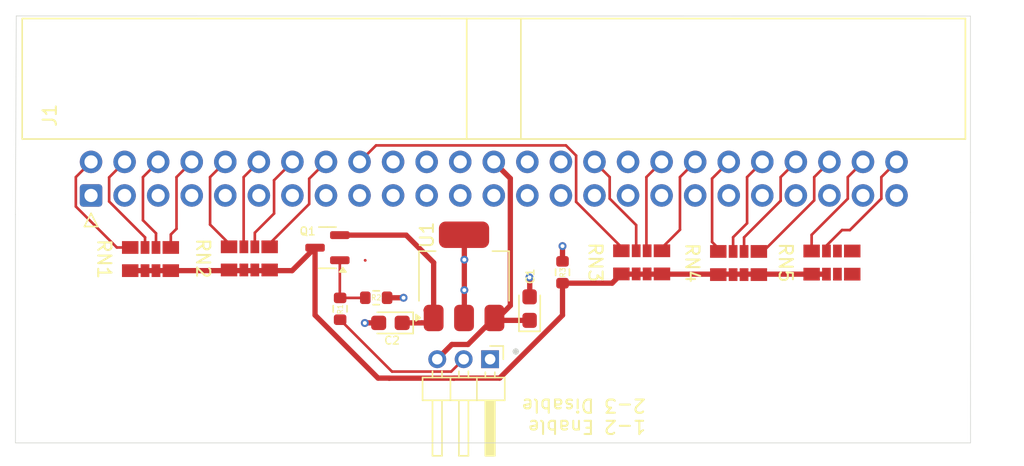
<source format=kicad_pcb>
(kicad_pcb (version 20241229) (generator "pcbnew") (generator_version "9.0")
  (layers (0 "F.Cu" signal) (2 "B.Cu" signal) (13 "F.Paste" user) (15 "B.Paste" user) (5 "F.SilkS" user "F.Silkscreen") (7 "B.SilkS" user "B.Silkscreen") (1 "F.Mask" user) (3 "B.Mask" user) (25 "Edge.Cuts" user))
  (net 0 "")
  (net 1 "SCSI_TERMPWR")
  (net 2 "GND")
  (net 3 "2V85")
  (net 4 "Vterm")
  (net 5 "Net-(Q1-G)")
  (net 7 "SCDAT0")
  (net 8 "SCDAT2")
  (net 9 "SCDAT1")
  (net 10 "SCDAT3")
  (net 11 "SCDAT5")
  (net 12 "SCDAT6")
  (net 13 "SCDAT7")
  (net 14 "SCDAT4")
  (net 15 "SCTRL_BSY")
  (net 16 "SCDATP")
  (net 17 "SCTRL_ACK")
  (net 18 "SCTRL_ATN")
  (net 19 "SCTRL_CD")
  (net 20 "SCTRL_RST")
  (net 21 "SCTRL_SEL")
  (net 22 "SCTRL_MSG")
  (net 23 "SCTRL_REQ")
  (net 24 "SCTRL_IO")
  (net 30 "~{TERM_ENA}")
  (footprint "CAY16_102J4LF:BO_CAY16" (layer "F.Cu") (at 103.71 43.73 -90)
    (property "Reference" "RN2" (at 0 3.5 270) (layer "F.SilkS"))
    (property "Value" "110")
    (pad "1" smd rect (at -0.8763 -1.5367 270) (size 0.9652 1.2446) (layers "F.Cu" "F.Mask" "F.Paste") (net 13 "SCDAT7"))
    (pad "2" smd rect (at -0.8763 -0.41529 270) (size 0.9652 0.6604) (layers "F.Cu" "F.Mask" "F.Paste") (net 12 "SCDAT6"))
    (pad "3" smd rect (at -0.8763 0.41402 270) (size 0.9652 0.6604) (layers "F.Cu" "F.Mask" "F.Paste") (net 11 "SCDAT5"))
    (pad "4" smd rect (at -0.8763 1.5367 270) (size 0.9652 1.2446) (layers "F.Cu" "F.Mask" "F.Paste") (net 14 "SCDAT4"))
    (pad "5" smd rect (at 0.8763 1.5367 270) (size 0.9652 1.2446) (layers "F.Cu" "F.Mask" "F.Paste") (net 4 "Vterm"))
    (pad "6" smd rect (at 0.8763 0.41529 270) (size 0.9652 0.6604) (layers "F.Cu" "F.Mask" "F.Paste") (net 4 "Vterm"))
    (pad "7" smd rect (at 0.8763 -0.41402 270) (size 0.9652 0.6604) (layers "F.Cu" "F.Mask" "F.Paste") (net 4 "Vterm"))
    (pad "8" smd rect (at 0.8763 -1.5367 270) (size 0.9652 1.2446) (layers "F.Cu" "F.Mask" "F.Paste") (net 4 "Vterm"))
  )
  (footprint "CAY16_102J4LF:BO_CAY16" (layer "F.Cu") (at 96.23 43.78 -90)
    (property "Reference" "RN1" (at 0 3.5 270) (layer "F.SilkS"))
    (property "Value" "110")
    (pad "1" smd rect (at -0.8763 -1.5367 270) (size 0.9652 1.2446) (layers "F.Cu" "F.Mask" "F.Paste") (net 10 "SCDAT3"))
    (pad "2" smd rect (at -0.8763 -0.41529 270) (size 0.9652 0.6604) (layers "F.Cu" "F.Mask" "F.Paste") (net 8 "SCDAT2"))
    (pad "3" smd rect (at -0.8763 0.41402 270) (size 0.9652 0.6604) (layers "F.Cu" "F.Mask" "F.Paste") (net 9 "SCDAT1"))
    (pad "4" smd rect (at -0.8763 1.5367 270) (size 0.9652 1.2446) (layers "F.Cu" "F.Mask" "F.Paste") (net 7 "SCDAT0"))
    (pad "5" smd rect (at 0.8763 1.5367 270) (size 0.9652 1.2446) (layers "F.Cu" "F.Mask" "F.Paste") (net 4 "Vterm"))
    (pad "6" smd rect (at 0.8763 0.41529 270) (size 0.9652 0.6604) (layers "F.Cu" "F.Mask" "F.Paste") (net 4 "Vterm"))
    (pad "7" smd rect (at 0.8763 -0.41402 270) (size 0.9652 0.6604) (layers "F.Cu" "F.Mask" "F.Paste") (net 4 "Vterm"))
    (pad "8" smd rect (at 0.8763 -1.5367 270) (size 0.9652 1.2446) (layers "F.Cu" "F.Mask" "F.Paste") (net 4 "Vterm"))
  )
  (footprint "CAY16_102J4LF:BO_CAY16" (layer "F.Cu") (at 133.4 44.03 -90)
    (property "Reference" "RN3" (at 0 3.5 270) (layer "F.SilkS"))
    (property "Value" "110")
    (pad "1" smd rect (at -0.8763 -1.5367 270) (size 0.9652 1.2446) (layers "F.Cu" "F.Mask" "F.Paste") (net 17 "SCTRL_ACK"))
    (pad "2" smd rect (at -0.8763 -0.41529 270) (size 0.9652 0.6604) (layers "F.Cu" "F.Mask" "F.Paste") (net 15 "SCTRL_BSY"))
    (pad "3" smd rect (at -0.8763 0.41402 270) (size 0.9652 0.6604) (layers "F.Cu" "F.Mask" "F.Paste") (net 18 "SCTRL_ATN"))
    (pad "4" smd rect (at -0.8763 1.5367 270) (size 0.9652 1.2446) (layers "F.Cu" "F.Mask" "F.Paste") (net 16 "SCDATP"))
    (pad "5" smd rect (at 0.8763 1.5367 270) (size 0.9652 1.2446) (layers "F.Cu" "F.Mask" "F.Paste") (net 4 "Vterm"))
    (pad "6" smd rect (at 0.8763 0.41529 270) (size 0.9652 0.6604) (layers "F.Cu" "F.Mask" "F.Paste") (net 4 "Vterm"))
    (pad "7" smd rect (at 0.8763 -0.41402 270) (size 0.9652 0.6604) (layers "F.Cu" "F.Mask" "F.Paste") (net 4 "Vterm"))
    (pad "8" smd rect (at 0.8763 -1.5367 270) (size 0.9652 1.2446) (layers "F.Cu" "F.Mask" "F.Paste") (net 4 "Vterm"))
  )
  (footprint "Resistor_SMD:R_0603_1608Metric" (layer "F.Cu") (at 113.31 46.71 180)
    (property "Reference" "R2" (at 0 0.01 0) (layer "F.SilkS") (effects (font (size 0.4 0.4) (thickness 0.06))))
    (property "Value" "100K")
    (fp_line (start -0.237258 0.5225) (end 0.237258 0.5225) (stroke (width 0.12)) (layer "F.SilkS"))
    (fp_line (start -0.237258 -0.5225) (end 0.237258 -0.5225) (stroke (width 0.12)) (layer "F.SilkS"))
    (pad "1" smd roundrect (at -0.825 0 180) (size 0.8 0.95) (layers "F.Cu" "F.Mask" "F.Paste") (net 2 "GND"))
    (pad "2" smd roundrect (at 0.825 0 180) (size 0.8 0.95) (layers "F.Cu" "F.Mask" "F.Paste") (net 5 "Net-(Q1-G)"))
  )
  (footprint "Connector_PinHeader_2.00mm:PinHeader_1x03_P2.00mm_Horizontal" (layer "F.Cu") (at 121.93 51.36 -90)
    (property "Reference" "JP1" (hide yes))
    (property "Value" "1-2 Enable   2-3 Disable" (hide yes))
    (fp_line (start 1.39 5.11) (end 3.11 5.11) (stroke (width 0.12)) (layer "F.SilkS"))
    (fp_line (start 3.11 5.11) (end 3.11 -1.11) (stroke (width 0.12)) (layer "F.SilkS"))
    (fp_line (start 0.916856 4.36) (end 1.39 4.36) (stroke (width 0.12)) (layer "F.SilkS"))
    (fp_line (start 7.31 4.36) (end 3.11 4.36) (stroke (width 0.12)) (layer "F.SilkS"))
    (fp_line (start 0.916856 3.64) (end 1.39 3.64) (stroke (width 0.12)) (layer "F.SilkS"))
    (fp_line (start 3.11 3.64) (end 7.31 3.64) (stroke (width 0.12)) (layer "F.SilkS"))
    (fp_line (start 7.31 3.64) (end 7.31 4.36) (stroke (width 0.12)) (layer "F.SilkS"))
    (fp_line (start 1.39 3) (end 3.11 3) (stroke (width 0.12)) (layer "F.SilkS"))
    (fp_line (start 0.916856 2.36) (end 1.39 2.36) (stroke (width 0.12)) (layer "F.SilkS"))
    (fp_line (start 7.31 2.36) (end 3.11 2.36) (stroke (width 0.12)) (layer "F.SilkS"))
    (fp_line (start 0.916856 1.64) (end 1.39 1.64) (stroke (width 0.12)) (layer "F.SilkS"))
    (fp_line (start 3.11 1.64) (end 7.31 1.64) (stroke (width 0.12)) (layer "F.SilkS"))
    (fp_line (start 7.31 1.64) (end 7.31 2.36) (stroke (width 0.12)) (layer "F.SilkS"))
    (fp_line (start 1.39 1) (end 3.11 1) (stroke (width 0.12)) (layer "F.SilkS"))
    (fp_line (start 0.985 0.36) (end 1.39 0.36) (stroke (width 0.12)) (layer "F.SilkS"))
    (fp_line (start -1 0) (end -1 -1) (stroke (width 0.12)) (layer "F.SilkS"))
    (fp_line (start 0.985 -0.36) (end 1.39 -0.36) (stroke (width 0.12)) (layer "F.SilkS"))
    (fp_line (start -1 -1) (end 0 -1) (stroke (width 0.12)) (layer "F.SilkS"))
    (fp_line (start 1.39 -1.11) (end 1.39 5.11) (stroke (width 0.12)) (layer "F.SilkS"))
    (fp_line (start 3.11 -1.11) (end 1.39 -1.11) (stroke (width 0.12)) (layer "F.SilkS"))
    (fp_rect (start 3.11 -0.36) (end 7.31 0.36) (stroke (width 0.12)) (fill yes) (layer "F.SilkS"))
    (pad "1" thru_hole rect (at 0 0 270) (size 1.35 1.35) (drill 0.8) (layers "*.Cu" "*.Mask") (net 2 "GND"))
    (pad "2" thru_hole circle (at 0 2 270) (size 1.35 1.35) (drill 0.8) (layers "*.Cu" "*.Mask") (net 30 "~{TERM_ENA}"))
    (pad "3" thru_hole circle (at 0 4 270) (size 1.35 1.35) (drill 0.8) (layers "*.Cu" "*.Mask") (net 1 "SCSI_TERMPWR"))
  )
  (footprint "Capacitor_Tantalum_SMD:CP_EIA-2012-12_Kemet-R" (layer "F.Cu") (at 114.3875 48.61 180)
    (property "Reference" "C2" (at -0.1225 -1.33 0) (layer "F.SilkS") (effects (font (size 0.6 0.6) (thickness 0.1) (bold yes))))
    (property "Value" "10uF")
    (fp_line (start 1 -0.805) (end -1.72 -0.805) (stroke (width 0.12)) (layer "F.SilkS"))
    (fp_line (start -1.72 0.805) (end 1 0.805) (stroke (width 0.12)) (layer "F.SilkS"))
    (fp_line (start -1.72 -0.805) (end -1.72 0.805) (stroke (width 0.12)) (layer "F.SilkS"))
    (pad "1" smd roundrect (at -0.89 0 180) (size 1.14 1.09) (layers "F.Cu" "F.Mask" "F.Paste") (roundrect_rratio 0.229358) (net 3 "2V85"))
    (pad "2" smd roundrect (at 0.89 0 180) (size 1.14 1.09) (layers "F.Cu" "F.Mask" "F.Paste") (roundrect_rratio 0.229358) (net 2 "GND"))
  )
  (footprint "Capacitor_Tantalum_SMD:CP_EIA-2012-12_Kemet-R" (layer "F.Cu") (at 124.92 47.53 90)
    (property "Reference" "C1" (at 2.44 0.05 90) (layer "F.SilkS") (effects (font (size 0.6 0.6) (thickness 0.1) (bold yes))))
    (property "Value" "10uF")
    (fp_line (start 1 -0.805) (end -1.72 -0.805) (stroke (width 0.12)) (layer "F.SilkS"))
    (fp_line (start -1.72 -0.805) (end -1.72 0.805) (stroke (width 0.12)) (layer "F.SilkS"))
    (fp_line (start -1.72 0.805) (end 1 0.805) (stroke (width 0.12)) (layer "F.SilkS"))
    (pad "1" smd roundrect (at -0.89 0 90) (size 1.14 1.09) (layers "F.Cu" "F.Mask" "F.Paste") (roundrect_rratio 0.229358) (net 1 "SCSI_TERMPWR"))
    (pad "2" smd roundrect (at 0.89 0 90) (size 1.14 1.09) (layers "F.Cu" "F.Mask" "F.Paste") (roundrect_rratio 0.229358) (net 2 "GND"))
  )
  (footprint "Package_TO_SOT_SMD:SOT-223-3_TabPin2" (layer "F.Cu") (at 119.9575 45.09 90)
    (property "Reference" "U1" (at 3.13 -2.8075 90) (layer "F.SilkS"))
    (property "Value" "LT1118-2.85")
    (fp_line (start 1.91 -3.41) (end 1.91 -2.15) (stroke (width 0.12)) (layer "F.SilkS"))
    (fp_line (start -1.85 -3.41) (end 1.91 -3.41) (stroke (width 0.12)) (layer "F.SilkS"))
    (fp_line (start 1.91 3.41) (end 1.91 2.15) (stroke (width 0.12)) (layer "F.SilkS"))
    (fp_line (start -1.85 3.41) (end 1.91 3.41) (stroke (width 0.12)) (layer "F.SilkS"))
    (fp_poly (pts (xy -3.13 -3.31) (xy -3.37 -3.64) (xy -2.89 -3.64) (xy -3.13 -3.31)) (stroke (width 0.12)) (fill yes) (layer "F.SilkS"))
    (pad "1" smd roundrect (at -3.15 -2.3 90) (size 2 1.5) (layers "F.Cu" "F.Mask" "F.Paste") (net 3 "2V85"))
    (pad "2" smd roundrect (at -3.15 0 90) (size 2 1.5) (layers "F.Cu" "F.Mask" "F.Paste") (net 2 "GND"))
    (pad "2" smd roundrect (at 3.15 0 90) (size 2 3.8) (layers "F.Cu" "F.Mask" "F.Paste") (net 2 "GND"))
    (pad "3" smd roundrect (at -3.15 2.3 90) (size 2 1.5) (layers "F.Cu" "F.Mask" "F.Paste") (net 1 "SCSI_TERMPWR"))
  )
  (footprint "Resistor_SMD:R_0603_1608Metric" (layer "F.Cu") (at 110.58 47.545 90)
    (property "Reference" "R1" (at -0.04 0.01 90) (layer "F.SilkS") (effects (font (size 0.4 0.4) (thickness 0.06))))
    (property "Value" "10K")
    (fp_line (start -0.237258 -0.5225) (end 0.237258 -0.5225) (stroke (width 0.12)) (layer "F.SilkS"))
    (fp_line (start -0.237258 0.5225) (end 0.237258 0.5225) (stroke (width 0.12)) (layer "F.SilkS"))
    (pad "1" smd roundrect (at -0.825 0 90) (size 0.8 0.95) (layers "F.Cu" "F.Mask" "F.Paste") (net 30 "~{TERM_ENA}"))
    (pad "2" smd roundrect (at 0.825 0 90) (size 0.8 0.95) (layers "F.Cu" "F.Mask" "F.Paste") (net 5 "Net-(Q1-G)"))
  )
  (footprint "Resistor_SMD:R_0603_1608Metric" (layer "F.Cu") (at 127.41 44.78 -90)
    (property "Reference" "R3" (at 0.02 -0.02 90) (layer "F.SilkS") (effects (font (size 0.4 0.4) (thickness 0.06))))
    (property "Value" "100K")
    (fp_line (start -0.237258 0.5225) (end 0.237258 0.5225) (stroke (width 0.12)) (layer "F.SilkS"))
    (fp_line (start -0.237258 -0.5225) (end 0.237258 -0.5225) (stroke (width 0.12)) (layer "F.SilkS"))
    (pad "1" smd roundrect (at -0.825 0 270) (size 0.8 0.95) (layers "F.Cu" "F.Mask" "F.Paste") (net 2 "GND"))
    (pad "2" smd roundrect (at 0.825 0 270) (size 0.8 0.95) (layers "F.Cu" "F.Mask" "F.Paste") (net 4 "Vterm"))
  )
  (footprint "Connector_IDC:IDC-Header_2x25_P2.54mm_Horizontal" (layer "F.Cu") (at 91.73 38.9675 90)
    (property "Reference" "J1" (at 6.06778 -3.12 90) (layer "F.SilkS"))
    (property "Value" "Conn_02x25_Odd_Even")
    (fp_line (start 13.39 -5.21) (end 13.39 66.17) (stroke (width 0.12)) (layer "F.SilkS"))
    (fp_line (start 4.27 -5.21) (end 13.39 -5.21) (stroke (width 0.12)) (layer "F.SilkS"))
    (fp_line (start -2.35 -0.5) (end -2.35 0.5) (stroke (width 0.12)) (layer "F.SilkS"))
    (fp_line (start -1.35 0) (end -2.35 -0.5) (stroke (width 0.12)) (layer "F.SilkS"))
    (fp_line (start -2.35 0.5) (end -1.35 0) (stroke (width 0.12)) (layer "F.SilkS"))
    (fp_line (start 4.27 28.43) (end 13.39 28.43) (stroke (width 0.12)) (layer "F.SilkS"))
    (fp_line (start 4.27 32.53) (end 13.39 32.53) (stroke (width 0.12)) (layer "F.SilkS"))
    (fp_line (start 13.39 66.17) (end 4.27 66.17) (stroke (width 0.12)) (layer "F.SilkS"))
    (fp_line (start 4.27 66.17) (end 4.27 -5.21) (stroke (width 0.12)) (layer "F.SilkS"))
    (pad "1" thru_hole roundrect (at 0 0 90) (size 1.7 1.7) (drill 1) (layers "*.Cu" "*.Mask") (roundrect_rratio 0.147059) (net 2 "GND"))
    (pad "2" thru_hole circle (at 2.54 0 90) (size 1.7 1.7) (drill 1) (layers "*.Cu" "*.Mask") (net 7 "SCDAT0"))
    (pad "3" thru_hole circle (at 0 2.54 90) (size 1.7 1.7) (drill 1) (layers "*.Cu" "*.Mask") (net 2 "GND"))
    (pad "4" thru_hole circle (at 2.54 2.54 90) (size 1.7 1.7) (drill 1) (layers "*.Cu" "*.Mask") (net 9 "SCDAT1"))
    (pad "5" thru_hole circle (at 0 5.08 90) (size 1.7 1.7) (drill 1) (layers "*.Cu" "*.Mask") (net 2 "GND"))
    (pad "6" thru_hole circle (at 2.54 5.08 90) (size 1.7 1.7) (drill 1) (layers "*.Cu" "*.Mask") (net 8 "SCDAT2"))
    (pad "7" thru_hole circle (at 0 7.62 90) (size 1.7 1.7) (drill 1) (layers "*.Cu" "*.Mask") (net 2 "GND"))
    (pad "8" thru_hole circle (at 2.54 7.62 90) (size 1.7 1.7) (drill 1) (layers "*.Cu" "*.Mask") (net 10 "SCDAT3"))
    (pad "9" thru_hole circle (at 0 10.16 90) (size 1.7 1.7) (drill 1) (layers "*.Cu" "*.Mask") (net 2 "GND"))
    (pad "10" thru_hole circle (at 2.54 10.16 90) (size 1.7 1.7) (drill 1) (layers "*.Cu" "*.Mask") (net 14 "SCDAT4"))
    (pad "11" thru_hole circle (at 0 12.7 90) (size 1.7 1.7) (drill 1) (layers "*.Cu" "*.Mask") (net 2 "GND"))
    (pad "12" thru_hole circle (at 2.54 12.7 90) (size 1.7 1.7) (drill 1) (layers "*.Cu" "*.Mask") (net 11 "SCDAT5"))
    (pad "13" thru_hole circle (at 0 15.24 90) (size 1.7 1.7) (drill 1) (layers "*.Cu" "*.Mask") (net 2 "GND"))
    (pad "14" thru_hole circle (at 2.54 15.24 90) (size 1.7 1.7) (drill 1) (layers "*.Cu" "*.Mask") (net 12 "SCDAT6"))
    (pad "15" thru_hole circle (at 0 17.78 90) (size 1.7 1.7) (drill 1) (layers "*.Cu" "*.Mask") (net 2 "GND"))
    (pad "16" thru_hole circle (at 2.54 17.78 90) (size 1.7 1.7) (drill 1) (layers "*.Cu" "*.Mask") (net 13 "SCDAT7"))
    (pad "17" thru_hole circle (at 0 20.32 90) (size 1.7 1.7) (drill 1) (layers "*.Cu" "*.Mask") (net 2 "GND"))
    (pad "18" thru_hole circle (at 2.54 20.32 90) (size 1.7 1.7) (drill 1) (layers "*.Cu" "*.Mask") (net 16 "SCDATP"))
    (pad "19" thru_hole circle (at 0 22.86 90) (size 1.7 1.7) (drill 1) (layers "*.Cu" "*.Mask") (net 2 "GND"))
    (pad "20" thru_hole circle (at 2.54 22.86 90) (size 1.7 1.7) (drill 1) (layers "*.Cu" "*.Mask") (net 2 "GND"))
    (pad "21" thru_hole circle (at 0 25.4 90) (size 1.7 1.7) (drill 1) (layers "*.Cu" "*.Mask") (net 2 "GND"))
    (pad "22" thru_hole circle (at 2.54 25.4 90) (size 1.7 1.7) (drill 1) (layers "*.Cu" "*.Mask") (net 2 "GND"))
    (pad "23" thru_hole circle (at 0 27.94 90) (size 1.7 1.7) (drill 1) (layers "*.Cu" "*.Mask") (net 2 "GND"))
    (pad "24" thru_hole circle (at 2.54 27.94 90) (size 1.7 1.7) (drill 1) (layers "*.Cu" "*.Mask") (net 2 "GND"))
    (pad "25" thru_hole circle (at 0 30.48 90) (size 1.7 1.7) (drill 1) (layers "*.Cu" "*.Mask"))
    (pad "26" thru_hole circle (at 2.54 30.48 90) (size 1.7 1.7) (drill 1) (layers "*.Cu" "*.Mask") (net 1 "SCSI_TERMPWR"))
    (pad "27" thru_hole circle (at 0 33.02 90) (size 1.7 1.7) (drill 1) (layers "*.Cu" "*.Mask") (net 2 "GND"))
    (pad "28" thru_hole circle (at 2.54 33.02 90) (size 1.7 1.7) (drill 1) (layers "*.Cu" "*.Mask") (net 2 "GND"))
    (pad "29" thru_hole circle (at 0 35.56 90) (size 1.7 1.7) (drill 1) (layers "*.Cu" "*.Mask") (net 2 "GND"))
    (pad "30" thru_hole circle (at 2.54 35.56 90) (size 1.7 1.7) (drill 1) (layers "*.Cu" "*.Mask") (net 2 "GND"))
    (pad "31" thru_hole circle (at 0 38.1 90) (size 1.7 1.7) (drill 1) (layers "*.Cu" "*.Mask") (net 2 "GND"))
    (pad "32" thru_hole circle (at 2.54 38.1 90) (size 1.7 1.7) (drill 1) (layers "*.Cu" "*.Mask") (net 18 "SCTRL_ATN"))
    (pad "33" thru_hole circle (at 0 40.64 90) (size 1.7 1.7) (drill 1) (layers "*.Cu" "*.Mask") (net 2 "GND"))
    (pad "34" thru_hole circle (at 2.54 40.64 90) (size 1.7 1.7) (drill 1) (layers "*.Cu" "*.Mask"))
    (pad "35" thru_hole circle (at 0 43.18 90) (size 1.7 1.7) (drill 1) (layers "*.Cu" "*.Mask") (net 2 "GND"))
    (pad "36" thru_hole circle (at 2.54 43.18 90) (size 1.7 1.7) (drill 1) (layers "*.Cu" "*.Mask") (net 15 "SCTRL_BSY"))
    (pad "37" thru_hole circle (at 0 45.72 90) (size 1.7 1.7) (drill 1) (layers "*.Cu" "*.Mask") (net 2 "GND"))
    (pad "38" thru_hole circle (at 2.54 45.72 90) (size 1.7 1.7) (drill 1) (layers "*.Cu" "*.Mask") (net 17 "SCTRL_ACK"))
    (pad "39" thru_hole circle (at 0 48.26 90) (size 1.7 1.7) (drill 1) (layers "*.Cu" "*.Mask") (net 2 "GND"))
    (pad "40" thru_hole circle (at 2.54 48.26 90) (size 1.7 1.7) (drill 1) (layers "*.Cu" "*.Mask") (net 20 "SCTRL_RST"))
    (pad "41" thru_hole circle (at 0 50.8 90) (size 1.7 1.7) (drill 1) (layers "*.Cu" "*.Mask") (net 2 "GND"))
    (pad "42" thru_hole circle (at 2.54 50.8 90) (size 1.7 1.7) (drill 1) (layers "*.Cu" "*.Mask") (net 22 "SCTRL_MSG"))
    (pad "43" thru_hole circle (at 0 53.34 90) (size 1.7 1.7) (drill 1) (layers "*.Cu" "*.Mask") (net 2 "GND"))
    (pad "44" thru_hole circle (at 2.54 53.34 90) (size 1.7 1.7) (drill 1) (layers "*.Cu" "*.Mask") (net 21 "SCTRL_SEL"))
    (pad "45" thru_hole circle (at 0 55.88 90) (size 1.7 1.7) (drill 1) (layers "*.Cu" "*.Mask") (net 2 "GND"))
    (pad "46" thru_hole circle (at 2.54 55.88 90) (size 1.7 1.7) (drill 1) (layers "*.Cu" "*.Mask") (net 19 "SCTRL_CD"))
    (pad "47" thru_hole circle (at 0 58.42 90) (size 1.7 1.7) (drill 1) (layers "*.Cu" "*.Mask") (net 2 "GND"))
    (pad "48" thru_hole circle (at 2.54 58.42 90) (size 1.7 1.7) (drill 1) (layers "*.Cu" "*.Mask") (net 23 "SCTRL_REQ"))
    (pad "49" thru_hole circle (at 0 60.96 90) (size 1.7 1.7) (drill 1) (layers "*.Cu" "*.Mask") (net 2 "GND"))
    (pad "50" thru_hole circle (at 2.54 60.96 90) (size 1.7 1.7) (drill 1) (layers "*.Cu" "*.Mask") (net 24 "SCTRL_IO"))
  )
  (footprint "CAY16_102J4LF:BO_CAY16" (layer "F.Cu") (at 147.8 44.0475 -90)
    (property "Reference" "RN5" (at 0 3.5 270) (layer "F.SilkS"))
    (property "Value" "110")
    (pad "1" smd rect (at -0.8763 -1.5367 270) (size 0.9652 1.2446) (layers "F.Cu" "F.Mask" "F.Paste"))
    (pad "2" smd rect (at -0.8763 -0.41529 270) (size 0.9652 0.6604) (layers "F.Cu" "F.Mask" "F.Paste"))
    (pad "3" smd rect (at -0.8763 0.41402 270) (size 0.9652 0.6604) (layers "F.Cu" "F.Mask" "F.Paste") (net 24 "SCTRL_IO"))
    (pad "4" smd rect (at -0.8763 1.5367 270) (size 0.9652 1.2446) (layers "F.Cu" "F.Mask" "F.Paste") (net 23 "SCTRL_REQ"))
    (pad "5" smd rect (at 0.8763 1.5367 270) (size 0.9652 1.2446) (layers "F.Cu" "F.Mask" "F.Paste") (net 4 "Vterm"))
    (pad "6" smd rect (at 0.8763 0.41529 270) (size 0.9652 0.6604) (layers "F.Cu" "F.Mask" "F.Paste") (net 4 "Vterm"))
    (pad "7" smd rect (at 0.8763 -0.41402 270) (size 0.9652 0.6604) (layers "F.Cu" "F.Mask" "F.Paste"))
    (pad "8" smd rect (at 0.8763 -1.5367 270) (size 0.9652 1.2446) (layers "F.Cu" "F.Mask" "F.Paste"))
  )
  (footprint "Package_TO_SOT_SMD:SOT-23" (layer "F.Cu") (at 109.62 42.92 180)
    (property "Reference" "Q1" (at 1.5 1.24 0) (layer "F.SilkS") (effects (font (size 0.6 0.6) (thickness 0.1) (bold yes))))
    (property "Value" "AO3401A")
    (fp_line (start 0 1.56) (end 0.65 1.56) (stroke (width 0.12)) (layer "F.SilkS"))
    (fp_line (start 0 1.56) (end -0.65 1.56) (stroke (width 0.12)) (layer "F.SilkS"))
    (fp_line (start 0 -1.56) (end 0.65 -1.56) (stroke (width 0.12)) (layer "F.SilkS"))
    (fp_line (start 0 -1.56) (end -0.65 -1.56) (stroke (width 0.12)) (layer "F.SilkS"))
    (fp_poly (pts (xy -1.1625 -1.51) (xy -1.4025 -1.84) (xy -0.9225 -1.84)) (stroke (width 0.12)) (fill yes) (layer "F.SilkS"))
    (pad "1" smd roundrect (at -0.9375 -0.95 180) (size 1.475 0.6) (layers "F.Cu" "F.Mask" "F.Paste") (net 5 "Net-(Q1-G)"))
    (pad "2" smd roundrect (at -0.9375 0.95 180) (size 1.475 0.6) (layers "F.Cu" "F.Mask" "F.Paste") (net 3 "2V85"))
    (pad "3" smd roundrect (at 0.9375 0 180) (size 1.475 0.6) (layers "F.Cu" "F.Mask" "F.Paste") (net 4 "Vterm"))
  )
  (footprint "CAY16_102J4LF:BO_CAY16" (layer "F.Cu") (at 140.735 44.08 -90)
    (property "Reference" "RN4" (at 0 3.5 270) (layer "F.SilkS"))
    (property "Value" "110")
    (pad "1" smd rect (at -0.8763 -1.5367 270) (size 0.9652 1.2446) (layers "F.Cu" "F.Mask" "F.Paste") (net 19 "SCTRL_CD"))
    (pad "2" smd rect (at -0.8763 -0.41529 270) (size 0.9652 0.6604) (layers "F.Cu" "F.Mask" "F.Paste") (net 21 "SCTRL_SEL"))
    (pad "3" smd rect (at -0.8763 0.41402 270) (size 0.9652 0.6604) (layers "F.Cu" "F.Mask" "F.Paste") (net 22 "SCTRL_MSG"))
    (pad "4" smd rect (at -0.8763 1.5367 270) (size 0.9652 1.2446) (layers "F.Cu" "F.Mask" "F.Paste") (net 20 "SCTRL_RST"))
    (pad "5" smd rect (at 0.8763 1.5367 270) (size 0.9652 1.2446) (layers "F.Cu" "F.Mask" "F.Paste") (net 4 "Vterm"))
    (pad "6" smd rect (at 0.8763 0.41529 270) (size 0.9652 0.6604) (layers "F.Cu" "F.Mask" "F.Paste") (net 4 "Vterm"))
    (pad "7" smd rect (at 0.8763 -0.41402 270) (size 0.9652 0.6604) (layers "F.Cu" "F.Mask" "F.Paste") (net 4 "Vterm"))
    (pad "8" smd rect (at 0.8763 -1.5367 270) (size 0.9652 1.2446) (layers "F.Cu" "F.Mask" "F.Paste") (net 4 "Vterm"))
  )
  (gr_line (start 86.072161 25.379439) (end 86.01 40.42) (stroke (width 0.05)) (layer "Edge.Cuts"))
  (gr_line (start 158.28 25.390001) (end 158.28 40.25) (stroke (width 0.05)) (layer "Edge.Cuts"))
  (gr_line (start 86.01 57.69) (end 158.29 57.69) (stroke (width 0.05)) (layer "Edge.Cuts"))
  (gr_line (start 86.07 25.38) (end 158.28 25.390001) (stroke (width 0.05)) (layer "Edge.Cuts"))
  (gr_line (start 86.01 40.42) (end 86.01 57.69) (stroke (width 0.05)) (layer "Edge.Cuts"))
  (gr_line (start 158.28 40.25) (end 158.29 57.69) (stroke (width 0.05)) (layer "Edge.Cuts"))
  (gr_text "1-2 Enable\n2-3 Disable" (at 133.8 54.28 180) (layer "F.SilkS") (effects (font (size 1 1)) (justify left bottom)))
  (gr_text "•" (at 123.12 51.29 0) (layer "Edge.Cuts") (effects (font (size 1 1) (thickness 0.2) (bold yes)) (justify left bottom)))
  (segment (start 122.21 36.4275) (end 123.461 37.6785) (width 0.4) (layer "F.Cu") (net 1))
  (segment (start 119.036 50.244) (end 117.96 51.32) (width 0.4) (layer "F.Cu") (net 1))
  (segment (start 120.2535 50.244) (end 119.036 50.244) (width 0.4) (layer "F.Cu") (net 1))
  (segment (start 123.461 37.6785) (end 123.461 47.299) (width 0.4) (layer "F.Cu") (net 1))
  (segment (start 122.2575 48.24) (end 122.4375 48.42) (width 0.4) (layer "F.Cu") (net 1))
  (segment (start 122.4375 48.42) (end 124.92 48.42) (width 0.4) (layer "F.Cu") (net 1))
  (segment (start 122.2575 48.24) (end 120.2535 50.244) (width 0.4) (layer "F.Cu") (net 1))
  (segment (start 123.461 47.299) (end 122.28 48.48) (width 0.4) (layer "F.Cu") (net 1))
  (segment (start 112.46 48.61) (end 112.45 48.62) (width 0.4) (layer "F.Cu") (net 2))
  (segment (start 113.4975 48.61) (end 112.46 48.61) (width 0.4) (layer "F.Cu") (net 2))
  (segment (start 119.98 42.18) (end 119.98 46.13) (width 0.4) (layer "F.Cu") (net 2))
  (segment (start 114.135 46.71) (end 115.38 46.71) (width 0.4) (layer "F.Cu") (net 2))
  (segment (start 127.41 42.8) (end 127.4 42.79) (width 0.4) (layer "F.Cu") (net 2))
  (segment (start 119.98 46.13) (end 119.98 48.48) (width 0.4) (layer "F.Cu") (net 2))
  (segment (start 124.93 45.19) (end 124.91 45.17) (width 0.4) (layer "F.Cu") (net 2))
  (segment (start 124.93 46.79) (end 124.93 45.19) (width 0.4) (layer "F.Cu") (net 2))
  (segment (start 127.41 43.955) (end 127.41 42.8) (width 0.4) (layer "F.Cu") (net 2))
  (segment (start 115.38 46.71) (end 115.39 46.7) (width 0.4) (layer "F.Cu") (net 2))
  (segment (start 127.29 43.835) (end 127.41 43.955) (width 0.4) (layer "F.Cu") (net 2))
  (via (at 119.98 43.83) (size 0.6) (drill 0.3) (layers "F.Cu" "B.Cu") (net 2))
  (via (at 127.41 42.8) (size 0.6) (drill 0.3) (layers "F.Cu" "B.Cu") (net 2))
  (via (at 112.45 48.62) (size 0.6) (drill 0.3) (layers "F.Cu" "B.Cu") (net 2))
  (via (at 115.38 46.71) (size 0.6) (drill 0.3) (layers "F.Cu" "B.Cu") (net 2))
  (via (at 119.98 46.13) (size 0.6) (drill 0.3) (layers "F.Cu" "B.Cu") (net 2))
  (via (at 124.91 45.17) (size 0.6) (drill 0.3) (layers "F.Cu" "B.Cu") (net 2))
  (segment (start 117.0815 47.664) (end 117.6575 48.24) (width 0.4) (layer "F.Cu") (net 3))
  (segment (start 110.5575 41.97) (end 115.58 41.97) (width 0.4) (layer "F.Cu") (net 3))
  (segment (start 115.2775 48.61) (end 116.76 48.61) (width 0.4) (layer "F.Cu") (net 3))
  (segment (start 115.58 41.97) (end 117.6575 44.0475) (width 0.4) (layer "F.Cu") (net 3))
  (segment (start 116.76 48.61) (end 117.2875 48.61) (width 0.4) (layer "F.Cu") (net 3))
  (segment (start 117.6575 44.0475) (end 117.6575 48.24) (width 0.4) (layer "F.Cu") (net 3))
  (segment (start 117.2875 48.61) (end 117.6575 48.24) (width 0.4) (layer "F.Cu") (net 3))
  (segment (start 113.45 52.79) (end 108.6825 48.0225) (width 0.4) (layer "F.Cu") (net 4))
  (segment (start 131.1646 45.605) (end 131.8633 44.9063) (width 0.4) (layer "F.Cu") (net 4))
  (segment (start 114.291479 52.79) (end 113.45 52.79) (width 0.4) (layer "F.Cu") (net 4))
  (segment (start 119.19852 52.79) (end 119.191521 52.797) (width 0.4) (layer "F.Cu") (net 4))
  (segment (start 127.41 48.03) (end 122.65 52.79) (width 0.4) (layer "F.Cu") (net 4))
  (segment (start 131.8808 44.9238) (end 131.8633 44.9063) (width 0.4) (layer "F.Cu") (net 4))
  (segment (start 106.9462 44.6563) (end 108.6825 42.92) (width 0.4) (layer "F.Cu") (net 4))
  (segment (start 119.191521 52.797) (end 114.29848 52.797) (width 0.4) (layer "F.Cu") (net 4))
  (segment (start 108.6825 42.92) (end 108.69 42.9275) (width 0.4) (layer "F.Cu") (net 4))
  (segment (start 114.29848 52.797) (end 114.291479 52.79) (width 0.4) (layer "F.Cu") (net 4))
  (segment (start 127.41 45.605) (end 127.4425 45.6375) (width 0.4) (layer "F.Cu") (net 4))
  (segment (start 147.38471 44.9238) (end 131.8808 44.9238) (width 0.4) (layer "F.Cu") (net 4))
  (segment (start 127.41 45.605) (end 131.1646 45.605) (width 0.4) (layer "F.Cu") (net 4))
  (segment (start 122.65 52.79) (end 119.19852 52.79) (width 0.4) (layer "F.Cu") (net 4))
  (segment (start 127.41 45.605) (end 127.41 48.03) (width 0.4) (layer "F.Cu") (net 4))
  (segment (start 108.6825 48.0225) (end 108.6825 42.92) (width 0.4) (layer "F.Cu") (net 4))
  (segment (start 94.9387 44.6563) (end 106.9462 44.6563) (width 0.4) (layer "F.Cu") (net 4))
  (segment (start 112.475 43.875) (end 112.485 43.885) (width 0.2) (layer "F.Cu") (net 5))
  (segment (start 112.475 43.87) (end 112.475 43.875) (width 0.2) (layer "F.Cu") (net 5))
  (segment (start 110.58 46.72) (end 112.475 46.72) (width 0.2) (layer "F.Cu") (net 5))
  (segment (start 112.475 46.72) (end 112.485 46.71) (width 0.2) (layer "F.Cu") (net 5))
  (segment (start 110.5575 43.87) (end 110.5575 46.6975) (width 0.2) (layer "F.Cu") (net 5))
  (segment (start 110.5575 46.6975) (end 110.58 46.72) (width 0.2) (layer "F.Cu") (net 5))
  (segment (start 93.68004 42.9037) (end 90.579 39.80266) (width 0.2) (layer "F.Cu") (net 7))
  (segment (start 90.579 37.5785) (end 91.73 36.4275) (width 0.2) (layer "F.Cu") (net 7))
  (segment (start 90.579 39.80266) (end 90.579 37.5785) (width 0.2) (layer "F.Cu") (net 7))
  (segment (start 94.6933 42.9037) (end 93.68004 42.9037) (width 0.2) (layer "F.Cu") (net 7))
  (segment (start 95.659 37.5785) (end 95.659 40.845222) (width 0.2) (layer "F.Cu") (net 8))
  (segment (start 96.64529 41.831512) (end 96.64529 42.9037) (width 0.2) (layer "F.Cu") (net 8))
  (segment (start 96.81 36.4275) (end 95.659 37.5785) (width 0.2) (layer "F.Cu") (net 8))
  (segment (start 95.659 40.845222) (end 96.64529 41.831512) (width 0.2) (layer "F.Cu") (net 8))
  (segment (start 93.1 39.42526) (end 93.1 37.5975) (width 0.2) (layer "F.Cu") (net 9))
  (segment (start 95.81598 42.14124) (end 93.1 39.42526) (width 0.2) (layer "F.Cu") (net 9))
  (segment (start 93.1 37.5975) (end 94.27 36.4275) (width 0.2) (layer "F.Cu") (net 9))
  (segment (start 95.81598 42.9037) (end 95.81598 42.14124) (width 0.2) (layer "F.Cu") (net 9))
  (segment (start 98.199 37.5785) (end 98.199 41.491) (width 0.2) (layer "F.Cu") (net 10))
  (segment (start 99.35 36.4275) (end 98.199 37.5785) (width 0.2) (layer "F.Cu") (net 10))
  (segment (start 97.7667 41.9233) (end 97.7667 42.9037) (width 0.2) (layer "F.Cu") (net 10))
  (segment (start 98.199 41.491) (end 97.7667 41.9233) (width 0.2) (layer "F.Cu") (net 10))
  (segment (start 103.28 42.83772) (end 103.29598 42.8537) (width 0.2) (layer "F.Cu") (net 11))
  (segment (start 104.43 36.4275) (end 103.28 37.5775) (width 0.2) (layer "F.Cu") (net 11))
  (segment (start 103.28 37.5775) (end 103.28 42.83772) (width 0.2) (layer "F.Cu") (net 11))
  (segment (start 105.581 37.8165) (end 105.581 40.334) (width 0.2) (layer "F.Cu") (net 12))
  (segment (start 106.97 36.4275) (end 105.581 37.8165) (width 0.2) (layer "F.Cu") (net 12))
  (segment (start 104.12529 41.78971) (end 104.12529 42.8537) (width 0.2) (layer "F.Cu") (net 12))
  (segment (start 105.581 40.334) (end 104.12529 41.78971) (width 0.2) (layer "F.Cu") (net 12))
  (segment (start 105.2467 42.6083) (end 105.2467 42.8537) (width 0.2) (layer "F.Cu") (net 13))
  (segment (start 108.24 39.615) (end 105.2467 42.6083) (width 0.2) (layer "F.Cu") (net 13))
  (segment (start 108.24 37.6975) (end 108.24 39.615) (width 0.2) (layer "F.Cu") (net 13))
  (segment (start 109.51 36.4275) (end 108.24 37.6975) (width 0.2) (layer "F.Cu") (net 13))
  (segment (start 100.739 41.174) (end 102.1733 42.6083) (width 0.2) (layer "F.Cu") (net 14))
  (segment (start 102.1733 42.6083) (end 102.1733 42.8537) (width 0.2) (layer "F.Cu") (net 14))
  (segment (start 100.739 37.5785) (end 100.739 41.174) (width 0.2) (layer "F.Cu") (net 14))
  (segment (start 101.89 36.4275) (end 100.739 37.5785) (width 0.2) (layer "F.Cu") (net 14))
  (segment (start 133.76 37.5775) (end 134.91 36.4275) (width 0.2) (layer "F.Cu") (net 15))
  (segment (start 133.81529 43.1537) (end 133.76 43.09841) (width 0.2) (layer "F.Cu") (net 15))
  (segment (start 133.76 43.09841) (end 133.76 37.5775) (width 0.2) (layer "F.Cu") (net 15))
  (segment (start 127.67026 35.18) (end 113.2975 35.18) (width 0.2) (layer "F.Cu") (net 16))
  (segment (start 113.2975 35.18) (end 112.05 36.4275) (width 0.2) (layer "F.Cu") (net 16))
  (segment (start 128.441 35.95074) (end 127.67026 35.18) (width 0.2) (layer "F.Cu") (net 16))
  (segment (start 128.441 39.451) (end 128.441 35.95074) (width 0.2) (layer "F.Cu") (net 16))
  (segment (start 131.8633 42.8733) (end 128.441 39.451) (width 0.2) (layer "F.Cu") (net 16))
  (segment (start 131.8633 43.1537) (end 131.8633 42.8733) (width 0.2) (layer "F.Cu") (net 16))
  (segment (start 136.299 41.561) (end 136.299 37.5785) (width 0.2) (layer "F.Cu") (net 17))
  (segment (start 136.299 37.5785) (end 137.45 36.4275) (width 0.2) (layer "F.Cu") (net 17))
  (segment (start 134.9367 42.9233) (end 136.299 41.561) (width 0.2) (layer "F.Cu") (net 17))
  (segment (start 134.9367 43.1537) (end 134.9367 42.9233) (width 0.2) (layer "F.Cu") (net 17))
  (segment (start 130.981 37.5785) (end 130.981 39.20626) (width 0.2) (layer "F.Cu") (net 18))
  (segment (start 132.98598 41.21124) (end 132.98598 43.1537) (width 0.2) (layer "F.Cu") (net 18))
  (segment (start 129.83 36.4275) (end 130.981 37.5785) (width 0.2) (layer "F.Cu") (net 18))
  (segment (start 130.981 39.20626) (end 132.98598 41.21124) (width 0.2) (layer "F.Cu") (net 18))
  (segment (start 142.2717 43.2037) (end 142.591298 43.2037) (width 0.2) (layer "F.Cu") (net 19))
  (segment (start 146.459 37.5785) (end 147.61 36.4275) (width 0.2) (layer "F.Cu") (net 19))
  (segment (start 142.591298 43.2037) (end 146.459 39.335998) (width 0.2) (layer "F.Cu") (net 19))
  (segment (start 146.459 39.335998) (end 146.459 37.5785) (width 0.2) (layer "F.Cu") (net 19))
  (segment (start 138.73 42.49) (end 139.1983 42.9583) (width 0.2) (layer "F.Cu") (net 20))
  (segment (start 139.99 36.4275) (end 138.73 37.6875) (width 0.2) (layer "F.Cu") (net 20))
  (segment (start 138.73 37.6875) (end 138.73 42.49) (width 0.2) (layer "F.Cu") (net 20))
  (segment (start 139.1983 42.9583) (end 139.1983 43.2037) (width 0.2) (layer "F.Cu") (net 20))
  (segment (start 141.15029 42.13971) (end 143.919 39.371) (width 0.2) (layer "F.Cu") (net 21))
  (segment (start 143.919 39.371) (end 143.919 37.5785) (width 0.2) (layer "F.Cu") (net 21))
  (segment (start 143.919 37.5785) (end 145.07 36.4275) (width 0.2) (layer "F.Cu") (net 21))
  (segment (start 141.15029 43.2037) (end 141.15029 42.13971) (width 0.2) (layer "F.Cu") (net 21))
  (segment (start 141.379 41.072222) (end 140.32098 42.130242) (width 0.2) (layer "F.Cu") (net 22))
  (segment (start 142.53 36.4275) (end 141.379 37.5785) (width 0.2) (layer "F.Cu") (net 22))
  (segment (start 140.32098 42.130242) (end 140.32098 43.2037) (width 0.2) (layer "F.Cu") (net 22))
  (segment (start 141.379 37.5785) (end 141.379 41.072222) (width 0.2) (layer "F.Cu") (net 22))
  (segment (start 148.999 37.5785) (end 150.15 36.4275) (width 0.2) (layer "F.Cu") (net 23))
  (segment (start 146.2633 43.1712) (end 146.2633 41.950422) (width 0.2) (layer "F.Cu") (net 23))
  (segment (start 146.2633 41.950422) (end 148.999 39.214722) (width 0.2) (layer "F.Cu") (net 23))
  (segment (start 148.999 39.214722) (end 148.999 37.5785) (width 0.2) (layer "F.Cu") (net 23))
  (segment (start 147.38598 43.1712) (end 147.38598 42.76402) (width 0.2) (layer "F.Cu") (net 24))
  (segment (start 151.539 37.5785) (end 151.539 39.20626) (width 0.2) (layer "F.Cu") (net 24))
  (segment (start 152.69 36.4275) (end 151.539 37.5785) (width 0.2) (layer "F.Cu") (net 24))
  (segment (start 148.5635 41.5865) (end 149.15876 41.5865) (width 0.2) (layer "F.Cu") (net 24))
  (segment (start 151.539 39.20626) (end 149.15876 41.5865) (width 0.2) (layer "F.Cu") (net 24))
  (segment (start 147.38598 42.76402) (end 148.5635 41.5865) (width 0.2) (layer "F.Cu") (net 24))
  (segment (start 119.96 51.32) (end 118.984 52.296) (width 0.2) (layer "F.Cu") (net 30))
  (segment (start 114.506 52.296) (end 110.58 48.37) (width 0.2) (layer "F.Cu") (net 30))
  (segment (start 118.984 52.296) (end 114.506 52.296) (width 0.2) (layer "F.Cu") (net 30))
)
</source>
